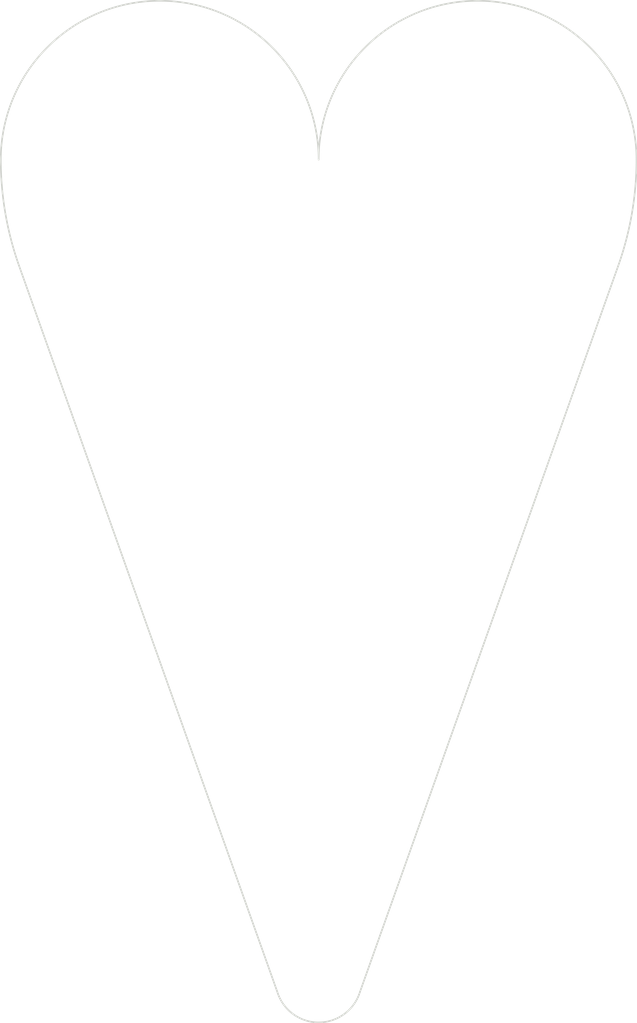
<source format=kicad_pcb>
(kicad_pcb
	(version 20241229)
	(generator "pcbnew")
	(generator_version "9.0")
	(general
		(thickness 1.6)
		(legacy_teardrops no)
	)
	(paper "A4")
	(layers
		(0 "F.Cu" signal)
		(2 "B.Cu" signal)
		(9 "F.Adhes" user "F.Adhesive")
		(11 "B.Adhes" user "B.Adhesive")
		(13 "F.Paste" user)
		(15 "B.Paste" user)
		(5 "F.SilkS" user "F.Silkscreen")
		(7 "B.SilkS" user "B.Silkscreen")
		(1 "F.Mask" user)
		(3 "B.Mask" user)
		(17 "Dwgs.User" user "User.Drawings")
		(19 "Cmts.User" user "User.Comments")
		(21 "Eco1.User" user "User.Eco1")
		(23 "Eco2.User" user "User.Eco2")
		(25 "Edge.Cuts" user)
		(27 "Margin" user)
		(31 "F.CrtYd" user "F.Courtyard")
		(29 "B.CrtYd" user "B.Courtyard")
		(35 "F.Fab" user)
		(33 "B.Fab" user)
		(39 "User.1" user)
		(41 "User.2" user)
		(43 "User.3" user)
		(45 "User.4" user)
	)
	(setup
		(pad_to_mask_clearance 0)
		(allow_soldermask_bridges_in_footprints no)
		(tenting front back)
		(pcbplotparams
			(layerselection 0x00000000_00000000_55555555_5755f5ff)
			(plot_on_all_layers_selection 0x00000000_00000000_00000000_00000000)
			(disableapertmacros no)
			(usegerberextensions no)
			(usegerberattributes yes)
			(usegerberadvancedattributes yes)
			(creategerberjobfile yes)
			(dashed_line_dash_ratio 12.000000)
			(dashed_line_gap_ratio 3.000000)
			(svgprecision 4)
			(plotframeref no)
			(mode 1)
			(useauxorigin no)
			(hpglpennumber 1)
			(hpglpenspeed 20)
			(hpglpendiameter 15.000000)
			(pdf_front_fp_property_popups yes)
			(pdf_back_fp_property_popups yes)
			(pdf_metadata yes)
			(pdf_single_document no)
			(dxfpolygonmode yes)
			(dxfimperialunits yes)
			(dxfusepcbnewfont yes)
			(psnegative no)
			(psa4output no)
			(plot_black_and_white yes)
			(sketchpadsonfab no)
			(plotpadnumbers no)
			(hidednponfab no)
			(sketchdnponfab yes)
			(crossoutdnponfab yes)
			(subtractmaskfromsilk no)
			(outputformat 1)
			(mirror no)
			(drillshape 1)
			(scaleselection 1)
			(outputdirectory "")
		)
	)
	(net 0 "")
	(gr_line
		(start 194.7 112.8)
		(end 186.571911 89.933334)
		(stroke
			(width 0.05)
			(type solid)
		)
		(layer "Edge.Cuts")
		(uuid "11b133b0-a76f-49ce-8a31-98b88908e890")
	)
	(gr_arc
		(start 197.3 112.8)
		(mid 196 113.760147)
		(end 194.7 112.8)
		(stroke
			(width 0.05)
			(type default)
		)
		(layer "Edge.Cuts")
		(uuid "599e620b-3faa-4c33-86b4-8c1000be6880")
	)
	(gr_arc
		(start 186.571911 89.933334)
		(mid 186.144015 88.291021)
		(end 186.000001 86.600001)
		(stroke
			(width 0.05)
			(type solid)
		)
		(layer "Edge.Cuts")
		(uuid "800c03fa-1ed3-4bdb-9f5e-09ad54808c89")
	)
	(gr_arc
		(start 186.000001 86.600001)
		(mid 191.000001 81.600001)
		(end 196 86.600001)
		(stroke
			(width 0.05)
			(type solid)
		)
		(layer "Edge.Cuts")
		(uuid "98572fc8-304d-41c2-a21b-e034f278bffe")
	)
	(gr_arc
		(start 196.000001 86.600001)
		(mid 201.000001 81.600001)
		(end 206.000001 86.600001)
		(stroke
			(width 0.05)
			(type solid)
		)
		(layer "Edge.Cuts")
		(uuid "a65ec0b4-8f80-4997-b22e-651e02ef870d")
	)
	(gr_arc
		(start 206.000001 86.600001)
		(mid 205.855987 88.291021)
		(end 205.428091 89.933334)
		(stroke
			(width 0.05)
			(type solid)
		)
		(layer "Edge.Cuts")
		(uuid "c06cab29-eebf-4909-878d-da62e455994f")
	)
	(gr_line
		(start 197.299999 112.8)
		(end 205.428091 89.933334)
		(stroke
			(width 0.05)
			(type solid)
		)
		(layer "Edge.Cuts")
		(uuid "f5ff11e5-a13e-4131-b696-5c84be8d9cea")
	)
	(group ""
		(uuid "f4c3e6f8-decd-4abd-b42b-467db9d4a90d")
		(members "11b133b0-a76f-49ce-8a31-98b88908e890" "800c03fa-1ed3-4bdb-9f5e-09ad54808c89"
			"98572fc8-304d-41c2-a21b-e034f278bffe" "a65ec0b4-8f80-4997-b22e-651e02ef870d"
			"c06cab29-eebf-4909-878d-da62e455994f" "f5ff11e5-a13e-4131-b696-5c84be8d9cea"
		)
	)
	(embedded_fonts no)
)

</source>
